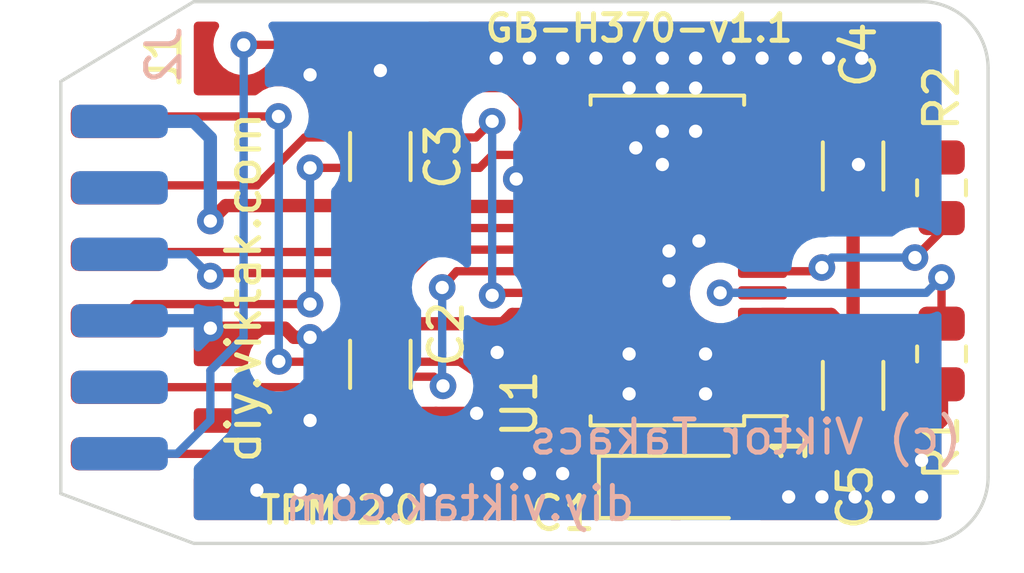
<source format=kicad_pcb>
(kicad_pcb (version 20211014) (generator pcbnew)
  (layers (0 "F.Cu" signal) (31 "B.Cu" signal) (34 "B.Paste" user) (35 "F.Paste" user) (36 "B.SilkS" user "B.Silkscreen") (37 "F.SilkS" user "F.Silkscreen") (38 "B.Mask" user) (39 "F.Mask" user) (44 "Edge.Cuts" user))
  (net 0 "")
  (net 1 "VDD")
  (net 2 "GND")
  (net 3 "/LAD0")
  (net 4 "/LAD1")
  (net 5 "/LAD2")
  (net 6 "/LAD3")
  (net 7 "/LFRAME")
  (net 8 "/SERIRQ")
  (net 9 "/LCLK")
  (net 10 "/LRESET")
  (net 11 "Net-(R1-Pad2)")
  (net 12 "Net-(R2-Pad2)")
  (footprint "Capacitor_SMD:C_1206_3216Metric" (layer "F.Cu") (at 130.114735 96.312549 -90)
    (fp_text reference "C2" (at -0.912549 -1.985265 90) (layer "F.SilkS"))
    (fp_text value "100n")
    (fp_line (start -0.711252 -0.91) (end 0.711252 -0.91) (layer "F.SilkS") (width 0.12))
    (fp_line (start -0.711252 0.91) (end 0.711252 0.91) (layer "F.SilkS") (width 0.12))
    (pad "1" smd roundrect locked (at -1.475 0 270) (size 1.15 1.8) (layers "F.Cu" "F.Paste" "F.Mask") (roundrect_rratio 0.2173904348) (net 1 "VDD"))
    (pad "2" smd roundrect locked (at 1.475 0 270) (size 1.15 1.8) (layers "F.Cu" "F.Paste" "F.Mask") (roundrect_rratio 0.2173904348) (net 2 "GND"))
  )
  (footprint "Package_SO:TSSOP-28_4.4x9.7mm_P0.65mm" (layer "F.Cu") (at 138.750735 93.186549 180)
    (fp_text reference "U1" (at 4.445 -4.318 90) (layer "F.SilkS"))
    (fp_text value "SLB9665-TSSOP-28")
    (fp_line (start -2.31 -4.685) (end -3.6 -4.685) (layer "F.SilkS") (width 0.12))
    (fp_line (start -2.31 -4.96) (end -2.31 -4.685) (layer "F.SilkS") (width 0.12))
    (fp_line (start 0 4.96) (end 2.31 4.96) (layer "F.SilkS") (width 0.12))
    (fp_line (start 2.31 -4.96) (end 2.31 -4.685) (layer "F.SilkS") (width 0.12))
    (fp_line (start 0 4.96) (end -2.31 4.96) (layer "F.SilkS") (width 0.12))
    (fp_line (start 2.31 4.96) (end 2.31 4.685) (layer "F.SilkS") (width 0.12))
    (fp_line (start 0 -4.96) (end -2.31 -4.96) (layer "F.SilkS") (width 0.12))
    (fp_line (start 0 -4.96) (end 2.31 -4.96) (layer "F.SilkS") (width 0.12))
    (fp_line (start -2.31 4.96) (end -2.31 4.685) (layer "F.SilkS") (width 0.12))
    (pad "1" smd roundrect locked (at -2.8625 -4.225 180) (size 1.475 0.4) (layers "F.Cu" "F.Paste" "F.Mask"))
    (pad "2" smd roundrect locked (at -2.8625 -3.575 180) (size 1.475 0.4) (layers "F.Cu" "F.Paste" "F.Mask"))
    (pad "3" smd roundrect locked (at -2.8625 -2.925 180) (size 1.475 0.4) (layers "F.Cu" "F.Paste" "F.Mask"))
    (pad "4" smd roundrect locked (at -2.8625 -2.275 180) (size 1.475 0.4) (layers "F.Cu" "F.Paste" "F.Mask") (net 2 "GND"))
    (pad "5" smd roundrect locked (at -2.8625 -1.625 180) (size 1.475 0.4) (layers "F.Cu" "F.Paste" "F.Mask") (net 1 "VDD"))
    (pad "6" smd roundrect locked (at -2.8625 -0.975 180) (size 1.475 0.4) (layers "F.Cu" "F.Paste" "F.Mask") (net 11 "Net-(R1-Pad2)"))
    (pad "7" smd roundrect locked (at -2.8625 -0.325 180) (size 1.475 0.4) (layers "F.Cu" "F.Paste" "F.Mask") (net 12 "Net-(R2-Pad2)"))
    (pad "8" smd roundrect locked (at -2.8625 0.325 180) (size 1.475 0.4) (layers "F.Cu" "F.Paste" "F.Mask"))
    (pad "9" smd roundrect locked (at -2.8625 0.975 180) (size 1.475 0.4) (layers "F.Cu" "F.Paste" "F.Mask"))
    (pad "10" smd roundrect locked (at -2.8625 1.625 180) (size 1.475 0.4) (layers "F.Cu" "F.Paste" "F.Mask") (net 1 "VDD"))
    (pad "11" smd roundrect locked (at -2.8625 2.275 180) (size 1.475 0.4) (layers "F.Cu" "F.Paste" "F.Mask") (net 2 "GND"))
    (pad "12" smd roundrect locked (at -2.8625 2.925 180) (size 1.475 0.4) (layers "F.Cu" "F.Paste" "F.Mask"))
    (pad "13" smd roundrect locked (at -2.8625 3.575 180) (size 1.475 0.4) (layers "F.Cu" "F.Paste" "F.Mask"))
    (pad "14" smd roundrect locked (at -2.8625 4.225 180) (size 1.475 0.4) (layers "F.Cu" "F.Paste" "F.Mask"))
    (pad "15" smd roundrect locked (at 2.8625 4.225 180) (size 1.475 0.4) (layers "F.Cu" "F.Paste" "F.Mask"))
    (pad "16" smd roundrect locked (at 2.8625 3.575 180) (size 1.475 0.4) (layers "F.Cu" "F.Paste" "F.Mask") (net 10 "/LRESET"))
    (pad "17" smd roundrect locked (at 2.8625 2.925 180) (size 1.475 0.4) (layers "F.Cu" "F.Paste" "F.Mask") (net 6 "/LAD3"))
    (pad "18" smd roundrect locked (at 2.8625 2.275 180) (size 1.475 0.4) (layers "F.Cu" "F.Paste" "F.Mask") (net 2 "GND"))
    (pad "19" smd roundrect locked (at 2.8625 1.625 180) (size 1.475 0.4) (layers "F.Cu" "F.Paste" "F.Mask") (net 1 "VDD"))
    (pad "20" smd roundrect locked (at 2.8625 0.975 180) (size 1.475 0.4) (layers "F.Cu" "F.Paste" "F.Mask") (net 5 "/LAD2"))
    (pad "21" smd roundrect locked (at 2.8625 0.325 180) (size 1.475 0.4) (layers "F.Cu" "F.Paste" "F.Mask") (net 9 "/LCLK"))
    (pad "22" smd roundrect locked (at 2.8625 -0.325 180) (size 1.475 0.4) (layers "F.Cu" "F.Paste" "F.Mask") (net 7 "/LFRAME"))
    (pad "23" smd roundrect locked (at 2.8625 -0.975 180) (size 1.475 0.4) (layers "F.Cu" "F.Paste" "F.Mask") (net 4 "/LAD1"))
    (pad "24" smd roundrect locked (at 2.8625 -1.625 180) (size 1.475 0.4) (layers "F.Cu" "F.Paste" "F.Mask") (net 1 "VDD"))
    (pad "25" smd roundrect locked (at 2.8625 -2.275 180) (size 1.475 0.4) (layers "F.Cu" "F.Paste" "F.Mask") (net 2 "GND"))
    (pad "26" smd roundrect locked (at 2.8625 -2.925 180) (size 1.475 0.4) (layers "F.Cu" "F.Paste" "F.Mask") (net 3 "/LAD0"))
    (pad "27" smd roundrect locked (at 2.8625 -3.575 180) (size 1.475 0.4) (layers "F.Cu" "F.Paste" "F.Mask") (net 8 "/SERIRQ"))
    (pad "28" smd roundrect locked (at 2.8625 -4.225 180) (size 1.475 0.4) (layers "F.Cu" "F.Paste" "F.Mask"))
  )
  (footprint "Capacitor_SMD:C_1206_3216Metric" (layer "F.Cu") (at 144.338735 96.947549 -90)
    (fp_text reference "C5" (at 3.352451 -0.061265 90) (layer "F.SilkS"))
    (fp_text value "100n")
    (fp_line (start -0.711252 0.91) (end 0.711252 0.91) (layer "F.SilkS") (width 0.12))
    (fp_line (start -0.711252 -0.91) (end 0.711252 -0.91) (layer "F.SilkS") (width 0.12))
    (pad "1" smd roundrect locked (at -1.475 0 270) (size 1.15 1.8) (layers "F.Cu" "F.Paste" "F.Mask") (roundrect_rratio 0.2173904348) (net 1 "VDD"))
    (pad "2" smd roundrect locked (at 1.475 0 270) (size 1.15 1.8) (layers "F.Cu" "F.Paste" "F.Mask") (roundrect_rratio 0.2173904348) (net 2 "GND"))
  )
  (footprint "Capacitor_SMD:C_1206_3216Metric" (layer "F.Cu") (at 144.338735 90.343549 90)
    (fp_text reference "C4" (at 3.343549 0.161265 90) (layer "F.SilkS"))
    (fp_text value "100n")
    (fp_line (start -0.711252 0.91) (end 0.711252 0.91) (layer "F.SilkS") (width 0.12))
    (fp_line (start -0.711252 -0.91) (end 0.711252 -0.91) (layer "F.SilkS") (width 0.12))
    (pad "1" smd roundrect locked (at -1.475 0 90) (size 1.15 1.8) (layers "F.Cu" "F.Paste" "F.Mask") (roundrect_rratio 0.2173904348) (net 1 "VDD"))
    (pad "2" smd roundrect locked (at 1.475 0 90) (size 1.15 1.8) (layers "F.Cu" "F.Paste" "F.Mask") (roundrect_rratio 0.2173904348) (net 2 "GND"))
  )
  (footprint "Capacitor_SMD:C_1206_3216Metric" (layer "F.Cu") (at 130.114735 90.060549 90)
    (fp_text reference "C3" (at 0 1.885265 90) (layer "F.SilkS"))
    (fp_text value "100n")
    (fp_line (start -0.711252 0.91) (end 0.711252 0.91) (layer "F.SilkS") (width 0.12))
    (fp_line (start -0.711252 -0.91) (end 0.711252 -0.91) (layer "F.SilkS") (width 0.12))
    (pad "1" smd roundrect locked (at -1.475 0 90) (size 1.15 1.8) (layers "F.Cu" "F.Paste" "F.Mask") (roundrect_rratio 0.2173904348) (net 1 "VDD"))
    (pad "2" smd roundrect locked (at 1.475 0 90) (size 1.15 1.8) (layers "F.Cu" "F.Paste" "F.Mask") (roundrect_rratio 0.2173904348) (net 2 "GND"))
  )
  (footprint "Resistor_SMD:R_0805_2012Metric" (layer "F.Cu") (at 147 96 90)
    (fp_text reference "R1" (at -2.8175 0 90) (layer "F.SilkS"))
    (fp_text value "6k8")
    (fp_line (start -0.227064 -0.735) (end 0.227064 -0.735) (layer "F.SilkS") (width 0.12))
    (fp_line (start -0.227064 0.735) (end 0.227064 0.735) (layer "F.SilkS") (width 0.12))
    (pad "1" smd roundrect locked (at -0.9125 0 90) (size 1.025 1.4) (layers "F.Cu" "F.Paste" "F.Mask") (roundrect_rratio 0.2439004878) (net 2 "GND"))
    (pad "2" smd roundrect locked (at 0.9125 0 90) (size 1.025 1.4) (layers "F.Cu" "F.Paste" "F.Mask") (roundrect_rratio 0.2439004878) (net 11 "Net-(R1-Pad2)"))
  )
  (footprint "Resistor_SMD:R_0805_2012Metric" (layer "F.Cu") (at 147 91 -90)
    (fp_text reference "R2" (at -2.7 0 90) (layer "F.SilkS"))
    (fp_text value "0")
    (fp_line (start -0.227064 -0.735) (end 0.227064 -0.735) (layer "F.SilkS") (width 0.12))
    (fp_line (start -0.227064 0.735) (end 0.227064 0.735) (layer "F.SilkS") (width 0.12))
    (pad "1" smd roundrect locked (at -0.9125 0 270) (size 1.025 1.4) (layers "F.Cu" "F.Paste" "F.Mask") (roundrect_rratio 0.2439004878) (net 2 "GND"))
    (pad "2" smd roundrect locked (at 0.9125 0 270) (size 1.025 1.4) (layers "F.Cu" "F.Paste" "F.Mask") (roundrect_rratio 0.2439004878) (net 12 "Net-(R2-Pad2)"))
  )
  (footprint "viktor:Solder pad connector - 6 pin - 2.0 pitch" (layer "F.Cu") (at 122.519043 94.005677 -90)
    (fp_text reference "J1" (at -6.905677 -1.080957 90) (layer "F.SilkS"))
    (fp_text value "Top")
    (pad "1" smd roundrect locked (at -5 0.27 270) (size 1 2.9) (layers "F.Cu" "F.Paste" "F.Mask") (net 3 "/LAD0"))
    (pad "2" smd roundrect locked (at -3 0.27 270) (size 1 2.9) (layers "F.Cu" "F.Paste" "F.Mask") (net 4 "/LAD1"))
    (pad "3" smd roundrect locked (at -1 0.27 270) (size 1 2.9) (layers "F.Cu" "F.Paste" "F.Mask") (net 5 "/LAD2"))
    (pad "4" smd roundrect locked (at 1 0.27 270) (size 1 2.9) (layers "F.Cu" "F.Paste" "F.Mask") (net 6 "/LAD3"))
    (pad "5" smd roundrect locked (at 3 0.27 270) (size 1 2.9) (layers "F.Cu" "F.Paste" "F.Mask") (net 7 "/LFRAME"))
    (pad "6" smd roundrect locked (at 5 0.27 270) (size 1 2.9) (layers "F.Cu" "F.Paste" "F.Mask") (net 8 "/SERIRQ"))
  )
  (footprint "Capacitor_Tantalum_SMD:CP_EIA-3216-10_Kemet-I" (layer "F.Cu") (at 139 100)
    (fp_text reference "C1" (at -3.4 0.8) (layer "F.SilkS"))
    (fp_text value "1u")
    (fp_line (start -2.31 0.935) (end 1.6 0.935) (layer "F.SilkS") (width 0.12))
    (fp_line (start -2.31 -0.935) (end -2.31 0.935) (layer "F.SilkS") (width 0.12))
    (fp_line (start 1.6 -0.935) (end -2.31 -0.935) (layer "F.SilkS") (width 0.12))
    (pad "1" smd roundrect (at -1.35 0) (size 1.4 1.35) (layers "F.Cu" "F.Paste" "F.Mask") (roundrect_rratio 0.185185) (net 1 "VDD"))
    (pad "2" smd roundrect (at 1.35 0) (size 1.4 1.35) (layers "F.Cu" "F.Paste" "F.Mask") (roundrect_rratio 0.185185) (net 2 "GND"))
  )
  (footprint "viktor:Solder pad connector - 6 pin - 2.0 pitch" (layer "B.Cu") (at 122 94 -90)
    (fp_text reference "J2" (at -7 -1.6 90) (layer "B.SilkS") (effects (justify mirror)))
    (fp_text value "Bottom")
    (pad "1" smd roundrect locked (at -5 -0.27 270) (size 1 2.9) (layers "B.Cu" "B.Paste" "B.Mask") (net 1 "VDD"))
    (pad "2" smd roundrect locked (at -3 -0.27 270) (size 1 2.9) (layers "B.Cu" "B.Paste" "B.Mask"))
    (pad "3" smd roundrect locked (at -1 -0.27 270) (size 1 2.9) (layers "B.Cu" "B.Paste" "B.Mask") (net 9 "/LCLK"))
    (pad "4" smd roundrect locked (at 1 -0.27 270) (size 1 2.9) (layers "B.Cu" "B.Paste" "B.Mask") (net 2 "GND"))
    (pad "5" smd roundrect locked (at 3 -0.27 270) (size 1 2.9) (layers "B.Cu" "B.Paste" "B.Mask"))
    (pad "6" smd roundrect locked (at 5 -0.27 270) (size 1 2.9) (layers "B.Cu" "B.Paste" "B.Mask") (net 10 "/LRESET"))
  )
  (gr_line (start 148.4 87.4) (end 148.4 99.7) (layer "Edge.Cuts") (width 0.1))
  (gr_line (start 146.4 85.4) (end 124.5 85.4) (layer "Edge.Cuts") (width 0.1))
  (gr_line (start 124.5 85.4) (end 120.5 87.8) (layer "Edge.Cuts") (width 0.1))
  (gr_line (start 124.5 101.7) (end 120.5 100.2) (layer "Edge.Cuts") (width 0.1))
  (gr_arc (start 148.4 99.7) (mid 147.814214 101.114214) (end 146.4 101.7) (layer "Edge.Cuts") (width 0.1))
  (gr_arc (start 146.4 85.4) (mid 147.814214 85.985786) (end 148.4 87.4) (layer "Edge.Cuts") (width 0.1))
  (gr_line (start 120.5 100.2) (end 120.5 87.8) (layer "Edge.Cuts") (width 0.1))
  (gr_line (start 146.4 101.7) (end 124.5 101.7) (layer "Edge.Cuts") (width 0.1))
  (gr_text "diy.viktak.com" (at 132.5 100.5) (layer "B.SilkS") (effects (font (size 1 1)) (justify mirror)))
  (gr_text "(c) Viktor Takacs" (at 141.1 98.5) (layer "B.SilkS") (effects (font (size 1 1)) (justify mirror)))
  (gr_text "GB-H370-v1.1" (at 137.9 86.2) (layer "F.SilkS") (effects (font (size 0.8 0.8))))
  (gr_text "diy.viktak.com" (at 126 94 90) (layer "F.SilkS") (effects (font (size 1 1))))
  (gr_text "TPM 2.0" (at 128.9 100.7) (layer "F.SilkS") (effects (font (size 0.8 0.8))))
  (gr_text "1" (at 142.433735 98.774549 90) (layer "F.SilkS") (effects (font (size 1 1))))
  (segment (start 134.088077 94.811549) (end 133.808077 95.091549) (width 0.4) (layer "F.Cu") (net 1))
  (segment (start 135.888235 94.811549) (end 134.088077 94.811549) (width 0.4) (layer "F.Cu") (net 1))
  (segment (start 143.677735 94.811549) (end 144.338735 95.472549) (width 0.4) (layer "F.Cu") (net 1))
  (segment (start 133.808077 95.091549) (end 130.368735 95.091549) (width 0.4) (layer "F.Cu") (net 1))
  (segment (start 135.888235 91.561549) (end 130.140735 91.561549) (width 0.4) (layer "F.Cu") (net 1))
  (segment (start 144.338735 91.818549) (end 144.338735 95.472549) (width 0.4) (layer "F.Cu") (net 1))
  (segment (start 135.888235 91.561549) (end 144.081735 91.561549) (width 0.4) (layer "F.Cu") (net 1))
  (segment (start 141.613235 94.811549) (end 143.677735 94.811549) (width 0.4) (layer "F.Cu") (net 1))
  (segment (start 137.999999 91.623097) (end 137.938451 91.561549) (width 0.4) (layer "F.Cu") (net 1))
  (segment (start 130.114735 91.535549) (end 125.464451 91.535549) (width 0.4) (layer "F.Cu") (net 1))
  (segment (start 135.888235 94.811549) (end 138.011549 94.811549) (width 0.4) (layer "F.Cu") (net 1))
  (segment (start 125.464451 91.535549) (end 125 92) (width 0.4) (layer "F.Cu") (net 1))
  (segment (start 138.011549 94.811549) (end 137.999999 94.799999) (width 0.4) (layer "F.Cu") (net 1))
  (segment (start 138.7 98.625) (end 138.7 95.5) (width 0.4) (layer "F.Cu") (net 1))
  (segment (start 137.425 99.9) (end 138.7 98.625) (width 0.4) (layer "F.Cu") (net 1))
  (segment (start 138.7 95.5) (end 138.011549 94.811549) (width 0.4) (layer "F.Cu") (net 1))
  (segment (start 137.999999 94.799999) (end 137.999999 91.623097) (width 0.4) (layer "F.Cu") (net 1))
  (via (at 125 92) (size 0.8) (drill 0.4) (layers "F.Cu" "B.Cu") (net 1))
  (segment (start 125 92) (end 125 89.5) (width 0.4) (layer "B.Cu") (net 1))
  (segment (start 125 89.5) (end 124.5 89) (width 0.4) (layer "B.Cu") (net 1))
  (segment (start 124.5 89) (end 122.27 89) (width 0.4) (layer "B.Cu") (net 1))
  (segment (start 135.888235 90.911549) (end 134.379075 90.911549) (width 0.4) (layer "F.Cu") (net 2))
  (segment (start 141.613235 95.461549) (end 142.407859 95.461549) (width 0.4) (layer "F.Cu") (net 2))
  (segment (start 144.338735 97.758549) (end 144.338735 98.422549) (width 0.4) (layer "F.Cu") (net 2))
  (segment (start 142.941735 96.361549) (end 144.338735 97.758549) (width 0.4) (layer "F.Cu") (net 2))
  (segment (start 142.407859 95.461549) (end 142.941735 95.995425) (width 0.4) (layer "F.Cu") (net 2))
  (segment (start 142.941735 95.995425) (end 142.941735 96.361549) (width 0.4) (layer "F.Cu") (net 2))
  (segment (start 141.613235 90.911549) (end 142.407859 90.911549) (width 0.4) (layer "F.Cu") (net 2))
  (segment (start 134.379075 90.911549) (end 134.204075 90.736549) (width 0.4) (layer "F.Cu") (net 2))
  (segment (start 135.888235 95.461549) (end 134.286619 95.461549) (width 0.4) (layer "F.Cu") (net 2))
  (segment (start 134.286619 95.461549) (end 133.793986 95.954182) (width 0.4) (layer "F.Cu") (net 2))
  (segment (start 133.793986 95.954182) (end 133.629501 95.954182) (width 0.4) (layer "F.Cu") (net 2))
  (segment (start 142.407859 90.911549) (end 142.418859 90.900549) (width 0.4) (layer "F.Cu") (net 2))
  (segment (start 142.941735 90.900549) (end 144.338735 89.503549) (width 0.4) (layer "F.Cu") (net 2))
  (segment (start 142.418859 90.900549) (end 142.941735 90.900549) (width 0.4) (layer "F.Cu") (net 2))
  (segment (start 144.338735 89.503549) (end 144.338735 88.868549) (width 0.4) (layer "F.Cu") (net 2))
  (segment (start 130.114735 88.585549) (end 130.114735 87.471549) (width 0.4) (layer "F.Cu") (net 2))
  (segment (start 138.8 93.8) (end 138.8 94.3) (width 0.4) (layer "F.Cu") (net 2))
  (segment (start 137.6 97.2) (end 137.6 96) (width 0.4) (layer "F.Cu") (net 2))
  (segment (start 147 98) (end 146.577451 98.422549) (width 0.4) (layer "F.Cu") (net 2))
  (segment (start 125 95.225) (end 127.244207 95.225) (width 0.4) (layer "F.Cu") (net 2))
  (segment (start 131.787549 97.787549) (end 130.114735 97.787549) (width 0.4) (layer "F.Cu") (net 2))
  (segment (start 135.888235 95.461549) (end 137.061549 95.461549) (width 0.4) (layer "F.Cu") (net 2))
  (segment (start 139.9 99.425) (end 140.375 99.9) (width 0.4) (layer "F.Cu") (net 2))
  (segment (start 127.244207 95.225) (end 127.519207 95.5) (width 0.4) (layer "F.Cu") (net 2))
  (segment (start 141.613235 95.461549) (end 139.9 95.461549) (width 0.4) (layer "F.Cu") (net 2))
  (segment (start 133.011968 97.786067) (end 131.787549 97.787549) (width 0.4) (layer "F.Cu") (net 2))
  (segment (start 135.888235 90.911549) (end 137.088451 90.911549) (width 0.4) (layer "F.Cu") (net 2))
  (segment (start 127.519207 95.5) (end 128 95.5) (width 0.4) (layer "F.Cu") (net 2))
  (segment (start 139.9 97.2) (end 139.9 99.425) (width 0.4) (layer "F.Cu") (net 2))
  (segment (start 138.8 94.3) (end 139.9 95.4) (width 0.4) (layer "F.Cu") (net 2))
  (segment (start 139.9 96) (end 139.9 97.2) (width 0.4) (layer "F.Cu") (net 2))
  (segment (start 139.9 95.4) (end 139.9 96) (width 0.4) (layer "F.Cu") (net 2))
  (segment (start 128 98) (end 129.902284 98) (width 0.4) (layer "F.Cu") (net 2))
  (segment (start 138.8 92.9) (end 138.8 93.8) (width 0.4) (layer "F.Cu") (net 2))
  (segment (start 146.577451 98.422549) (end 144.338735 98.422549) (width 0.4) (layer "F.Cu") (net 2))
  (segment (start 147 96.9125) (end 147 98) (width 0.4) (layer "F.Cu") (net 2))
  (segment (start 137.061549 95.461549) (end 137.6 96) (width 0.4) (layer "F.Cu") (net 2))
  (via (at 134.204075 90.736549) (size 0.8) (drill 0.4) (layers "F.Cu" "B.Cu") (net 2))
  (via (at 130.114735 87.471549) (size 0.8) (drill 0.4) (layers "F.Cu" "B.Cu") (net 2))
  (via (at 133.629501 95.954182) (size 0.8) (drill 0.4) (layers "F.Cu" "B.Cu") (net 2))
  (via (at 137.6 97.2) (size 0.8) (drill 0.4) (layers "F.Cu" "B.Cu") (net 2))
  (via (at 138.6 89.3) (size 0.8) (drill 0.4) (layers "F.Cu" "B.Cu") (net 2))
  (via (at 136.6 87.1) (size 0.8) (drill 0.4) (layers "F.Cu" "B.Cu") (net 2))
  (via (at 127.7 100.1) (size 0.8) (drill 0.4) (layers "F.Cu" "B.Cu") (net 2))
  (via (at 134.6 99.6) (size 0.8) (drill 0.4) (layers "F.Cu" "B.Cu") (net 2))
  (via (at 139.6 87.1) (size 0.8) (drill 0.4) (layers "F.Cu" "B.Cu") (net 2))
  (via (at 143.4 100.3) (size 0.8) (drill 0.4) (layers "F.Cu" "B.Cu") (net 2))
  (via (at 140.6 87.1) (size 0.8) (drill 0.4) (layers "F.Cu" "B.Cu") (net 2))
  (via (at 125 95.225) (size 0.8) (drill 0.4) (layers "F.Cu" "B.Cu") (net 2))
  (via (at 128 95.5) (size 0.8) (drill 0.4) (layers "F.Cu" "B.Cu") (net 2))
  (via (at 141.6 87.1) (size 0.8) (drill 0.4) (layers "F.Cu" "B.Cu") (net 2))
  (via (at 142.6 87.1) (size 0.8) (drill 0.4) (layers "F.Cu" "B.Cu") (net 2))
  (via (at 146.4 99.2) (size 0.8) (drill 0.4) (layers "F.Cu" "B.Cu") (net 2))
  (via (at 129 100.1) (size 0.8) (drill 0.4) (layers "F.Cu" "B.Cu") (net 2))
  (via (at 138.6 90.3) (size 0.8) (drill 0.4) (layers "F.Cu" "B.Cu") (net 2))
  (via (at 133.631697 99.6) (size 0.8) (drill 0.4) (layers "F.Cu" "B.Cu") (net 2))
  (via (at 137.6 88) (size 0.8) (drill 0.4) (layers "F.Cu" "B.Cu") (net 2))
  (via (at 139.6 89.3) (size 0.8) (drill 0.4) (layers "F.Cu" "B.Cu") (net 2))
  (via (at 144.5 90.3) (size 0.8) (drill 0.4) (layers "F.Cu" "B.Cu") (net 2))
  (via (at 128 87.6) (size 0.8) (drill 0.4) (layers "F.Cu" "B.Cu") (net 2))
  (via (at 146.4 100.3) (size 0.8) (drill 0.4) (layers "F.Cu" "B.Cu") (net 2))
  (via (at 139.9 96) (size 0.8) (drill 0.4) (layers "F.Cu" "B.Cu") (net 2))
  (via (at 135.6 87.1) (size 0.8) (drill 0.4) (layers "F.Cu" "B.Cu") (net 2))
  (via (at 144.6 87.1) (size 0.8) (drill 0.4) (layers "F.Cu" "B.Cu") (net 2))
  (via (at 134.6 87.1) (size 0.8) (drill 0.4) (layers "F.Cu" "B.Cu") (net 2))
  (via (at 138.8 92.9) (size 0.8) (drill 0.4) (layers "F.Cu" "B.Cu") (net 2))
  (via (at 145.4 100.3) (size 0.8) (drill 0.4) (layers "F.Cu" "B.Cu") (net 2))
  (via (at 135.6 99.6) (size 0.8) (drill 0.4) (layers "F.Cu" "B.Cu") (net 2))
  (via (at 137.6 87.1) (size 0.8) (drill 0.4) (layers "F.Cu" "B.Cu") (net 2))
  (via (at 133.011968 97.786067) (size 0.8) (drill 0.4) (layers "F.Cu" "B.Cu") (net 2))
  (via (at 138.6 88) (size 0.8) (drill 0.4) (layers "F.Cu" "B.Cu") (net 2))
  (via (at 139.9 97.2) (size 0.8) (drill 0.4) (layers "F.Cu" "B.Cu") (net 2))
  (via (at 133.6 87.1) (size 0.8) (drill 0.4) (layers "F.Cu" "B.Cu") (net 2))
  (via (at 138.6 87.1) (size 0.8) (drill 0.4) (layers "F.Cu" "B.Cu") (net 2))
  (via (at 144.4 100.3) (size 0.8) (drill 0.4) (layers "F.Cu" "B.Cu") (net 2))
  (via (at 143.6 87.1) (size 0.8) (drill 0.4) (layers "F.Cu" "B.Cu") (net 2))
  (via (at 126.4 100.1) (size 0.8) (drill 0.4) (layers "F.Cu" "B.Cu") (net 2))
  (via (at 139.6 88) (size 0.8) (drill 0.4) (layers "F.Cu" "B.Cu") (net 2))
  (via (at 131.6 100.1) (size 0.8) (drill 0.4) (layers "F.Cu" "B.Cu") (net 2))
  (via (at 128 98) (size 0.8) (drill 0.4) (layers "F.Cu" "B.Cu") (net 2))
  (via (at 137.8 89.8) (size 0.8) (drill 0.4) (layers "F.Cu" "B.Cu") (net 2))
  (via (at 130.3 100.1) (size 0.8) (drill 0.4) (layers "F.Cu" "B.Cu") (net 2))
  (via (at 137.6 96) (size 0.8) (drill 0.4) (layers "F.Cu" "B.Cu") (net 2))
  (via (at 142.4 100.3) (size 0.8) (drill 0.4) (layers "F.Cu" "B.Cu") (net 2))
  (via (at 139.7 92.6) (size 0.8) (drill 0.4) (layers "F.Cu" "B.Cu") (net 2))
  (via (at 138.8 93.8) (size 0.8) (drill 0.4) (layers "F.Cu" "B.Cu") (net 2))
  (segment (start 124.775 95) (end 125 95.225) (width 0.4) (layer "B.Cu") (net 2))
  (segment (start 133.629501 99.597804) (end 133.631697 99.6) (width 0.4) (layer "B.Cu") (net 2))
  (segment (start 122.27 95) (end 124.775 95) (width 0.4) (layer "B.Cu") (net 2))
  (segment (start 133.629501 95.954182) (end 133.629501 97.870499) (width 0.4) (layer "B.Cu") (net 2))
  (segment (start 139.9 97.2) (end 137.6 97.2) (width 0.4) (layer "B.Cu") (net 2))
  (segment (start 133.5 98) (end 133.629501 97.870499) (width 0.4) (layer "B.Cu") (net 2))
  (segment (start 139.9 96) (end 137.6 96) (width 0.4) (layer "B.Cu") (net 2))
  (segment (start 128 95.5) (end 128 98) (width 0.4) (layer "B.Cu") (net 2))
  (segment (start 133.629501 97.870499) (end 133.629501 99.597804) (width 0.4) (layer "B.Cu") (net 2))
  (segment (start 133.011968 97.786067) (end 133.5 98) (width 0.4) (layer "B.Cu") (net 2))
  (segment (start 134.178735 96.742549) (end 133.257451 96.742549) (width 0.25) (layer "F.Cu") (net 3))
  (segment (start 127.069754 96.234549) (end 127.059267 96.224062) (width 0.25) (layer "F.Cu") (net 3))
  (segment (start 132.5 96.234549) (end 127.069754 96.234549) (width 0.25) (layer "F.Cu") (net 3))
  (segment (start 134.809735 96.111549) (end 134.178735 96.742549) (width 0.25) (layer "F.Cu") (net 3))
  (segment (start 133.257451 96.742549) (end 132.5 96.234549) (width 0.25) (layer "F.Cu") (net 3))
  (segment (start 135.888235 96.111549) (end 134.809735 96.111549) (width 0.25) (layer "F.Cu") (net 3))
  (segment (start 127.048169 88.853523) (end 122.401197 88.853523) (width 0.25) (layer "F.Cu") (net 3))
  (via (at 127.059267 96.224062) (size 0.8) (drill 0.4) (layers "F.Cu" "B.Cu") (net 3))
  (via (at 127.048169 88.853523) (size 0.8) (drill 0.4) (layers "F.Cu" "B.Cu") (net 3))
  (segment (start 127.059267 96.224062) (end 127.059267 88.864621) (width 0.25) (layer "B.Cu") (net 3))
  (segment (start 127.059267 88.864621) (end 127.048169 88.853523) (width 0.25) (layer "B.Cu") (net 3))
  (segment (start 135.888235 94.161549) (end 133.554075 94.161549) (width 0.25) (layer "F.Cu") (net 4))
  (segment (start 133.554075 94.161549) (end 133.479075 94.236549) (width 0.25) (layer "F.Cu") (net 4))
  (segment (start 126.4 90.926998) (end 122.327722 90.926998) (width 0.25) (layer "F.Cu") (net 4))
  (segment (start 132.993076 89.485559) (end 127.841439 89.485559) (width 0.25) (layer "F.Cu") (net 4))
  (segment (start 133.478639 88.999996) (end 132.993076 89.485559) (width 0.25) (layer "F.Cu") (net 4))
  (segment (start 127.841439 89.485559) (end 126.4 90.926998) (width 0.25) (layer "F.Cu") (net 4))
  (via (at 133.479075 94.236549) (size 0.8) (drill 0.4) (layers "F.Cu" "B.Cu") (net 4))
  (via (at 133.478639 88.999996) (size 0.8) (drill 0.4) (layers "F.Cu" "B.Cu") (net 4))
  (segment (start 133.479075 89.000432) (end 133.478639 88.999996) (width 0.25) (layer "B.Cu") (net 4))
  (segment (start 133.479075 94.236549) (end 133.479075 89.000432) (width 0.25) (layer "B.Cu") (net 4))
  (segment (start 131.003735 92.932549) (end 122.322171 92.932549) (width 0.25) (layer "F.Cu") (net 5))
  (segment (start 131.724735 92.211549) (end 131.003735 92.932549) (width 0.25) (layer "F.Cu") (net 5))
  (segment (start 135.888235 92.211549) (end 131.724735 92.211549) (width 0.25) (layer "F.Cu") (net 5))
  (segment (start 134.575138 90.011549) (end 134.825138 90.261549) (width 0.25) (layer "F.Cu") (net 6))
  (segment (start 134.825138 90.261549) (end 135.888235 90.261549) (width 0.25) (layer "F.Cu") (net 6))
  (segment (start 122.249043 95.005677) (end 122.75472 94.5) (width 0.25) (layer "F.Cu") (net 6))
  (segment (start 128 94.5) (end 122.75472 94.5) (width 0.25) (layer "F.Cu") (net 6))
  (segment (start 133.488451 90.011549) (end 133.1 90.4) (width 0.25) (layer "F.Cu") (net 6))
  (segment (start 134.575138 90.011549) (end 133.488451 90.011549) (width 0.25) (layer "F.Cu") (net 6))
  (segment (start 133.1 90.4) (end 128 90.4) (width 0.25) (layer "F.Cu") (net 6))
  (via (at 128 94.5) (size 0.8) (drill 0.4) (layers "F.Cu" "B.Cu") (net 6))
  (via (at 128 90.4) (size 0.8) (drill 0.4) (layers "F.Cu" "B.Cu") (net 6))
  (segment (start 128 90.4) (end 128 94.5) (width 0.25) (layer "B.Cu") (net 6))
  (segment (start 132.411549 93.511549) (end 131.975001 94) (width 0.25) (layer "F.Cu") (net 7))
  (segment (start 128.5 97) (end 128.815441 96.684559) (width 0.25) (layer "F.Cu") (net 7))
  (segment (start 135.888235 93.511549) (end 132.411549 93.511549) (width 0.25) (layer "F.Cu") (net 7))
  (segment (start 128.815441 96.684559) (end 131.72501 96.684559) (width 0.25) (layer "F.Cu") (net 7))
  (segment (start 131.72501 96.684559) (end 132 96.959549) (width 0.25) (layer "F.Cu") (net 7))
  (segment (start 128.5 97) (end 122.25472 97) (width 0.25) (layer "F.Cu") (net 7))
  (via (at 131.975001 94) (size 0.8) (drill 0.4) (layers "F.Cu" "B.Cu") (net 7))
  (via (at 132 96.959549) (size 0.8) (drill 0.4) (layers "F.Cu" "B.Cu") (net 7))
  (segment (start 131.9726 96.392732) (end 131.975001 95.975001) (width 0.25) (layer "B.Cu") (net 7))
  (segment (start 131.9726 96.932149) (end 131.9726 96.392732) (width 0.25) (layer "B.Cu") (net 7))
  (segment (start 132 96.959549) (end 131.9726 96.932149) (width 0.25) (layer "B.Cu") (net 7))
  (segment (start 131.975001 95.975001) (end 131.975001 94) (width 0.25) (layer "B.Cu") (net 7))
  (segment (start 135.888235 96.761549) (end 135.150735 96.761549) (width 0.25) (layer "F.Cu") (net 8))
  (segment (start 135.150735 96.761549) (end 132.906607 99.005677) (width 0.25) (layer "F.Cu") (net 8))
  (segment (start 132.906607 99.005677) (end 122.249043 99.005677) (width 0.25) (layer "F.Cu") (net 8))
  (segment (start 135.888235 92.861549) (end 131.711145 92.861549) (width 0.25) (layer "F.Cu") (net 9))
  (segment (start 131.711145 92.861549) (end 131.005145 93.567549) (width 0.25) (layer "F.Cu") (net 9))
  (segment (start 125.09 93.567549) (end 125 93.657549) (width 0.25) (layer "F.Cu") (net 9))
  (segment (start 131.005145 93.567549) (end 125.09 93.567549) (width 0.25) (layer "F.Cu") (net 9))
  (via (at 125 93.657549) (size 0.8) (drill 0.4) (layers "F.Cu" "B.Cu") (net 9))
  (segment (start 124.342451 93) (end 122.27 93) (width 0.25) (layer "B.Cu") (net 9))
  (segment (start 125 93.657549) (end 124.342451 93) (width 0.25) (layer "B.Cu") (net 9))
  (segment (start 129.4 86.7) (end 131.1 86.7) (width 0.25) (layer "F.Cu") (net 10))
  (segment (start 134.4 89.2) (end 134.811549 89.611549) (width 0.25) (layer "F.Cu") (net 10))
  (segment (start 133.9 88) (end 134.4 88.5) (width 0.25) (layer "F.Cu") (net 10))
  (segment (start 131.1 86.7) (end 132.4 88) (width 0.25) (layer "F.Cu") (net 10))
  (segment (start 134.4 88.5) (end 134.4 89.2) (width 0.25) (layer "F.Cu") (net 10))
  (segment (start 126.004467 86.698822) (end 129.4 86.7) (width 0.25) (layer "F.Cu") (net 10))
  (segment (start 134.811549 89.611549) (end 135.888235 89.611549) (width 0.25) (layer "F.Cu") (net 10))
  (segment (start 132.4 88) (end 133.9 88) (width 0.25) (layer "F.Cu") (net 10))
  (via (at 126.004467 86.698822) (size 0.8) (drill 0.4) (layers "F.Cu" "B.Cu") (net 10))
  (segment (start 126.004467 86.698822) (end 126 95.5) (width 0.25) (layer "B.Cu") (net 10))
  (segment (start 125 98) (end 124 99) (width 0.25) (layer "B.Cu") (net 10))
  (segment (start 125 97.720396) (end 125 98) (width 0.25) (layer "B.Cu") (net 10))
  (segment (start 124.999802 97.720198) (end 125 97.720396) (width 0.25) (layer "B.Cu") (net 10))
  (segment (start 122.27 99) (end 124 99) (width 0.25) (layer "B.Cu") (net 10))
  (segment (start 125 96.5) (end 124.999802 97.720198) (width 0.25) (layer "B.Cu") (net 10))
  (segment (start 126 95.5) (end 125 96.5) (width 0.25) (layer "B.Cu") (net 10))
  (segment (start 147 95.0875) (end 147 93.700002) (width 0.25) (layer "F.Cu") (net 11))
  (segment (start 147 93.700002) (end 147.000002 93.7) (width 0.25) (layer "F.Cu") (net 11))
  (segment (start 141.613235 94.161549) (end 140.338437 94.161549) (width 0.25) (layer "F.Cu") (net 11))
  (via (at 140.338437 94.161549) (size 0.8) (drill 0.4) (layers "F.Cu" "B.Cu") (net 11))
  (via (at 147.000002 93.7) (size 0.8) (drill 0.4) (layers "F.Cu" "B.Cu") (net 11))
  (segment (start 146.538453 94.161549) (end 140.338437 94.161549) (width 0.25) (layer "B.Cu") (net 11))
  (segment (start 147.000002 93.7) (end 146.538453 94.161549) (width 0.25) (layer "B.Cu") (net 11))
  (segment (start 143.288451 93.511549) (end 143.4 93.4) (width 0.25) (layer "F.Cu") (net 12))
  (segment (start 147 92.3) (end 146.2 93.1) (width 0.25) (layer "F.Cu") (net 12))
  (segment (start 141.613235 93.511549) (end 143.288451 93.511549) (width 0.25) (layer "F.Cu") (net 12))
  (via (at 143.4 93.4) (size 0.8) (drill 0.4) (layers "F.Cu" "B.Cu") (net 12))
  (via (at 146.2 93.1) (size 0.8) (drill 0.4) (layers "F.Cu" "B.Cu") (net 12))
  (segment (start 146.2 93.1) (end 143.7 93.1) (width 0.25) (layer "B.Cu") (net 12))
  (segment (start 143.7 93.1) (end 143.4 93.4) (width 0.25) (layer "B.Cu") (net 12))
  (zone (net 2) (net_name "GND") (layer "F.Cu") (connect_pads (clearance 0.508)) (min_thickness 0.254) (fill yes (thermal_gap 0.508) (thermal_bridge_width 0.508))
    (polygon (pts (xy 147 101) (xy 124.5 101) (xy 124.5 86) (xy 147 86)))
  )
  (zone (net 2) (net_name "GND") (layer "B.Cu") (connect_pads (clearance 0.508)) (min_thickness 0.254) (fill yes (thermal_gap 0.508) (thermal_bridge_width 0.508))
    (polygon (pts (xy 147 101) (xy 124.5 101) (xy 124.5 86) (xy 147 86)))
  )
)
</source>
